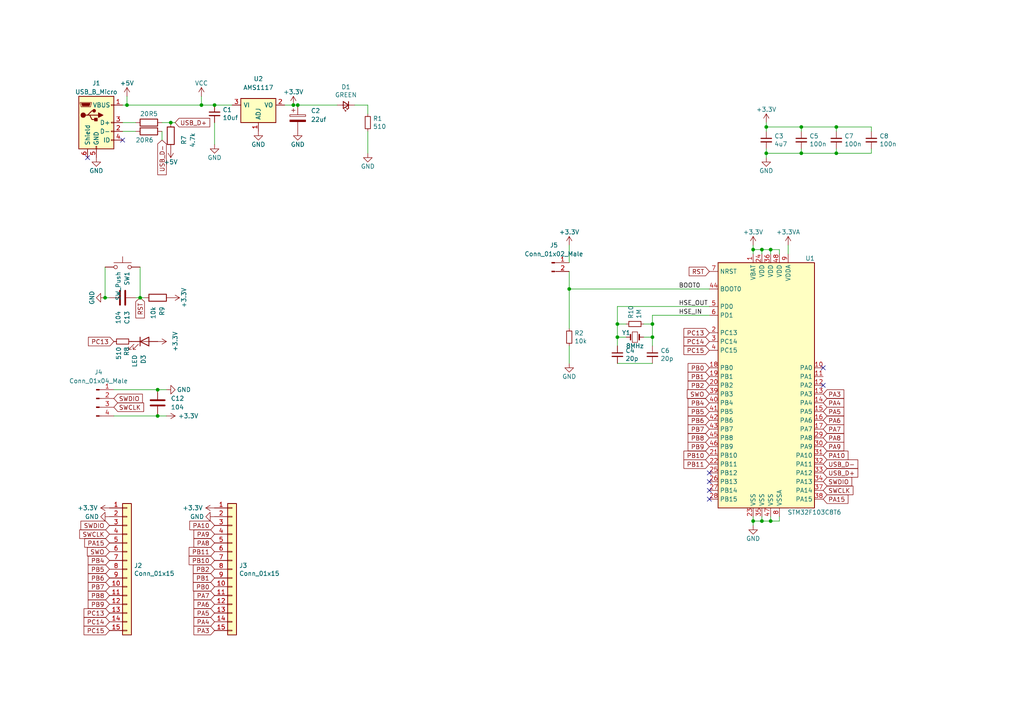
<source format=kicad_sch>
(kicad_sch (version 20211123) (generator eeschema)
  (paper "A4")
  (lib_symbols
    (symbol "Connector:Conn_01x02_Male" (pin_names (offset 1.016) hide)
      (property "Reference" "J" (at 0 2.54 0))
      (property "Value" "Conn_01x02_Male" (at 0 -5.08 0))
      (symbol "Conn_01x02_Male_1_1"
        (polyline (pts (xy 1.27 -2.54) (xy 0.8636 -2.54)) (stroke (width 0.1524)))
        (polyline (pts (xy 1.27 0) (xy 0.8636 0)) (stroke (width 0.1524)))
        (rectangle (start 0.8636 -2.413) (end 0 -2.667) (stroke (width 0.1524)) (fill (type outline)))
        (rectangle (start 0.8636 0.127) (end 0 -0.127) (stroke (width 0.1524)) (fill (type outline)))
        (pin passive line (at 5.08 0 180) (length 3.81) (name "Pin_1") (number "1"))
        (pin passive line (at 5.08 -2.54 180) (length 3.81) (name "Pin_2") (number "2"))
      )
    )
    (symbol "Connector:Conn_01x04_Male" (pin_names (offset 1.016) hide)
      (property "Reference" "J" (at 0 5.08 0))
      (property "Value" "Conn_01x04_Male" (at 0 -7.62 0))
      (symbol "Conn_01x04_Male_1_1"
        (polyline (pts (xy 1.27 -5.08) (xy 0.8636 -5.08)) (stroke (width 0.1524)))
        (polyline (pts (xy 1.27 -2.54) (xy 0.8636 -2.54)) (stroke (width 0.1524)))
        (polyline (pts (xy 1.27 0) (xy 0.8636 0)) (stroke (width 0.1524)))
        (polyline (pts (xy 1.27 2.54) (xy 0.8636 2.54)) (stroke (width 0.1524)))
        (rectangle (start 0.8636 -4.953) (end 0 -5.207) (stroke (width 0.1524)) (fill (type outline)))
        (rectangle (start 0.8636 -2.413) (end 0 -2.667) (stroke (width 0.1524)) (fill (type outline)))
        (rectangle (start 0.8636 0.127) (end 0 -0.127) (stroke (width 0.1524)) (fill (type outline)))
        (rectangle (start 0.8636 2.667) (end 0 2.413) (stroke (width 0.1524)) (fill (type outline)))
        (pin passive line (at 5.08 2.54 180) (length 3.81) (name "Pin_1") (number "1"))
        (pin passive line (at 5.08 0 180) (length 3.81) (name "Pin_2") (number "2"))
        (pin passive line (at 5.08 -2.54 180) (length 3.81) (name "Pin_3") (number "3"))
        (pin passive line (at 5.08 -5.08 180) (length 3.81) (name "Pin_4") (number "4"))
      )
    )
    (symbol "Connector:USB_B_Micro" (pin_names (offset 1.016))
      (property "Reference" "J" (at -5.08 11.43 0))
      (property "Value" "USB_B_Micro" (at -5.08 8.89 0))
      (symbol "USB_B_Micro_0_1"
        (rectangle (start -5.08 -7.62) (end 5.08 7.62) (stroke (width 0.254)) (fill (type background)))
        (circle (center -3.81 2.159) (radius 0.635) (stroke (width 0.254)) (fill (type outline)))
        (circle (center -0.635 3.429) (radius 0.381) (stroke (width 0.254)) (fill (type outline)))
        (rectangle (start -0.127 -7.62) (end 0.127 -6.858))
        (polyline (pts (xy -1.905 2.159) (xy 0.635 2.159)) (stroke (width 0.254)))
        (polyline (pts (xy -3.175 2.159) (xy -2.54 2.159) (xy -1.27 3.429) (xy -0.635 3.429)) (stroke (width 0.254)))
        (polyline (pts (xy -2.54 2.159) (xy -1.905 2.159) (xy -1.27 0.889) (xy 0 0.889)) (stroke (width 0.254)))
        (polyline (pts (xy 0.635 2.794) (xy 0.635 1.524) (xy 1.905 2.159) (xy 0.635 2.794)) (stroke (width 0.254)) (fill (type outline)))
        (polyline (pts (xy -4.318 5.588) (xy -1.778 5.588) (xy -2.032 4.826) (xy -4.064 4.826) (xy -4.318 5.588)) (fill (type outline)))
        (polyline (pts (xy -4.699 5.842) (xy -4.699 5.588) (xy -4.445 4.826) (xy -4.445 4.572) (xy -1.651 4.572) (xy -1.651 4.826) (xy -1.397 5.588) (xy -1.397 5.842) (xy -4.699 5.842)))
        (rectangle (start 0.254 1.27) (end -0.508 0.508) (stroke (width 0.254)) (fill (type outline)))
        (rectangle (start 5.08 -5.207) (end 4.318 -4.953))
        (rectangle (start 5.08 -2.667) (end 4.318 -2.413))
        (rectangle (start 5.08 -0.127) (end 4.318 0.127))
        (rectangle (start 5.08 4.953) (end 4.318 5.207))
      )
      (symbol "USB_B_Micro_1_1"
        (pin power_out line (at 7.62 5.08 180) (length 2.54) (name "VBUS") (number "1"))
        (pin bidirectional line (at 7.62 -2.54 180) (length 2.54) (name "D-") (number "2"))
        (pin bidirectional line (at 7.62 0 180) (length 2.54) (name "D+") (number "3"))
        (pin passive line (at 7.62 -5.08 180) (length 2.54) (name "ID") (number "4"))
        (pin power_out line (at 0 -10.16 90) (length 2.54) (name "GND") (number "5"))
        (pin passive line (at -2.54 -10.16 90) (length 2.54) (name "Shield") (number "6"))
      )
    )
    (symbol "Connector_Generic:Conn_01x15" (pin_names (offset 1.016) hide)
      (property "Reference" "J" (at 0 20.32 0))
      (property "Value" "Conn_01x15" (at 0 -20.32 0))
      (symbol "Conn_01x15_1_1"
        (rectangle (start -1.27 -17.653) (end 0 -17.907) (stroke (width 0.1524)))
        (rectangle (start -1.27 -15.113) (end 0 -15.367) (stroke (width 0.1524)))
        (rectangle (start -1.27 -12.573) (end 0 -12.827) (stroke (width 0.1524)))
        (rectangle (start -1.27 -10.033) (end 0 -10.287) (stroke (width 0.1524)))
        (rectangle (start -1.27 -7.493) (end 0 -7.747) (stroke (width 0.1524)))
        (rectangle (start -1.27 -4.953) (end 0 -5.207) (stroke (width 0.1524)))
        (rectangle (start -1.27 -2.413) (end 0 -2.667) (stroke (width 0.1524)))
        (rectangle (start -1.27 0.127) (end 0 -0.127) (stroke (width 0.1524)))
        (rectangle (start -1.27 2.667) (end 0 2.413) (stroke (width 0.1524)))
        (rectangle (start -1.27 5.207) (end 0 4.953) (stroke (width 0.1524)))
        (rectangle (start -1.27 7.747) (end 0 7.493) (stroke (width 0.1524)))
        (rectangle (start -1.27 10.287) (end 0 10.033) (stroke (width 0.1524)))
        (rectangle (start -1.27 12.827) (end 0 12.573) (stroke (width 0.1524)))
        (rectangle (start -1.27 15.367) (end 0 15.113) (stroke (width 0.1524)))
        (rectangle (start -1.27 17.907) (end 0 17.653) (stroke (width 0.1524)))
        (rectangle (start -1.27 19.05) (end 1.27 -19.05) (stroke (width 0.254)) (fill (type background)))
        (pin passive line (at -5.08 17.78 0) (length 3.81) (name "Pin_1") (number "1"))
        (pin passive line (at -5.08 -5.08 0) (length 3.81) (name "Pin_10") (number "10"))
        (pin passive line (at -5.08 -7.62 0) (length 3.81) (name "Pin_11") (number "11"))
        (pin passive line (at -5.08 -10.16 0) (length 3.81) (name "Pin_12") (number "12"))
        (pin passive line (at -5.08 -12.7 0) (length 3.81) (name "Pin_13") (number "13"))
        (pin passive line (at -5.08 -15.24 0) (length 3.81) (name "Pin_14") (number "14"))
        (pin passive line (at -5.08 -17.78 0) (length 3.81) (name "Pin_15") (number "15"))
        (pin passive line (at -5.08 15.24 0) (length 3.81) (name "Pin_2") (number "2"))
        (pin passive line (at -5.08 12.7 0) (length 3.81) (name "Pin_3") (number "3"))
        (pin passive line (at -5.08 10.16 0) (length 3.81) (name "Pin_4") (number "4"))
        (pin passive line (at -5.08 7.62 0) (length 3.81) (name "Pin_5") (number "5"))
        (pin passive line (at -5.08 5.08 0) (length 3.81) (name "Pin_6") (number "6"))
        (pin passive line (at -5.08 2.54 0) (length 3.81) (name "Pin_7") (number "7"))
        (pin passive line (at -5.08 0 0) (length 3.81) (name "Pin_8") (number "8"))
        (pin passive line (at -5.08 -2.54 0) (length 3.81) (name "Pin_9") (number "9"))
      )
    )
    (symbol "Device:C" (pin_numbers hide) (pin_names (offset 0.254))
      (property "Reference" "C" (at 0.635 2.54 0))
      (property "Value" "C" (at 0.635 -2.54 0))
      (symbol "C_0_1"
        (polyline (pts (xy -2.032 -0.762) (xy 2.032 -0.762)) (stroke (width 0.508)))
        (polyline (pts (xy -2.032 0.762) (xy 2.032 0.762)) (stroke (width 0.508)))
      )
      (symbol "C_1_1"
        (pin passive line (at 0 3.81 270) (length 2.794) (name "~") (number "1"))
        (pin passive line (at 0 -3.81 90) (length 2.794) (name "~") (number "2"))
      )
    )
    (symbol "Device:C_Polarized" (pin_numbers hide) (pin_names (offset 0.254))
      (property "Reference" "C" (at 0.635 2.54 0))
      (property "Value" "C_Polarized" (at 0.635 -2.54 0))
      (symbol "C_Polarized_0_1"
        (rectangle (start -2.286 0.508) (end 2.286 1.016))
        (polyline (pts (xy -1.778 2.286) (xy -0.762 2.286)))
        (polyline (pts (xy -1.27 2.794) (xy -1.27 1.778)))
        (rectangle (start 2.286 -0.508) (end -2.286 -1.016) (fill (type outline)))
      )
      (symbol "C_Polarized_1_1"
        (pin passive line (at 0 3.81 270) (length 2.794) (name "~") (number "1"))
        (pin passive line (at 0 -3.81 90) (length 2.794) (name "~") (number "2"))
      )
    )
    (symbol "Device:C_Small" (pin_numbers hide) (pin_names (offset 0.254) hide)
      (property "Reference" "C" (at 0.254 1.778 0))
      (property "Value" "C_Small" (at 0.254 -2.032 0))
      (symbol "C_Small_0_1"
        (polyline (pts (xy -1.524 -0.508) (xy 1.524 -0.508)) (stroke (width 0.3302)))
        (polyline (pts (xy -1.524 0.508) (xy 1.524 0.508)) (stroke (width 0.3048)))
      )
      (symbol "C_Small_1_1"
        (pin passive line (at 0 2.54 270) (length 2.032) (name "~") (number "1"))
        (pin passive line (at 0 -2.54 90) (length 2.032) (name "~") (number "2"))
      )
    )
    (symbol "Device:Crystal_Small" (pin_numbers hide) (pin_names (offset 1.016) hide)
      (property "Reference" "Y" (at 0 2.54 0))
      (property "Value" "Crystal_Small" (at 0 -2.54 0))
      (symbol "Crystal_Small_0_1"
        (rectangle (start -0.762 -1.524) (end 0.762 1.524))
        (polyline (pts (xy -1.27 -0.762) (xy -1.27 0.762)) (stroke (width 0.381)))
        (polyline (pts (xy 1.27 -0.762) (xy 1.27 0.762)) (stroke (width 0.381)))
      )
      (symbol "Crystal_Small_1_1"
        (pin passive line (at -2.54 0 0) (length 1.27) (name "1") (number "1"))
        (pin passive line (at 2.54 0 180) (length 1.27) (name "2") (number "2"))
      )
    )
    (symbol "Device:LED" (pin_numbers hide) (pin_names (offset 1.016) hide)
      (property "Reference" "D" (at 0 2.54 0))
      (property "Value" "LED" (at 0 -2.54 0))
      (symbol "LED_0_1"
        (polyline (pts (xy -1.27 -1.27) (xy -1.27 1.27)) (stroke (width 0.254)))
        (polyline (pts (xy -1.27 0) (xy 1.27 0)))
        (polyline (pts (xy 1.27 -1.27) (xy 1.27 1.27) (xy -1.27 0) (xy 1.27 -1.27)) (stroke (width 0.254)))
        (polyline (pts (xy -3.048 -0.762) (xy -4.572 -2.286) (xy -3.81 -2.286) (xy -4.572 -2.286) (xy -4.572 -1.524)))
        (polyline (pts (xy -1.778 -0.762) (xy -3.302 -2.286) (xy -2.54 -2.286) (xy -3.302 -2.286) (xy -3.302 -1.524)))
      )
      (symbol "LED_1_1"
        (pin passive line (at -3.81 0 0) (length 2.54) (name "K") (number "1"))
        (pin passive line (at 3.81 0 180) (length 2.54) (name "A") (number "2"))
      )
    )
    (symbol "Device:LED_Small" (pin_numbers hide) (pin_names (offset 0.254) hide)
      (property "Reference" "D" (at -1.27 3.175 0))
      (property "Value" "LED_Small" (at -4.445 -2.54 0))
      (symbol "LED_Small_0_1"
        (polyline (pts (xy -0.762 -1.016) (xy -0.762 1.016)) (stroke (width 0.254)))
        (polyline (pts (xy 1.016 0) (xy -0.762 0)))
        (polyline (pts (xy 0.762 -1.016) (xy -0.762 0) (xy 0.762 1.016) (xy 0.762 -1.016)) (stroke (width 0.254)))
        (polyline (pts (xy 0 0.762) (xy -0.508 1.27) (xy -0.254 1.27) (xy -0.508 1.27) (xy -0.508 1.016)))
        (polyline (pts (xy 0.508 1.27) (xy 0 1.778) (xy 0.254 1.778) (xy 0 1.778) (xy 0 1.524)))
      )
      (symbol "LED_Small_1_1"
        (pin passive line (at -2.54 0 0) (length 1.778) (name "K") (number "1"))
        (pin passive line (at 2.54 0 180) (length 1.778) (name "A") (number "2"))
      )
    )
    (symbol "Device:R" (pin_numbers hide) (pin_names (offset 0))
      (property "Reference" "R" (at 2.032 0 90))
      (property "Value" "R" (at 0 0 90))
      (symbol "R_0_1"
        (rectangle (start -1.016 -2.54) (end 1.016 2.54) (stroke (width 0.254)))
      )
      (symbol "R_1_1"
        (pin passive line (at 0 3.81 270) (length 1.27) (name "~") (number "1"))
        (pin passive line (at 0 -3.81 90) (length 1.27) (name "~") (number "2"))
      )
    )
    (symbol "Device:R_Small" (pin_numbers hide) (pin_names (offset 0.254) hide)
      (property "Reference" "R" (at 0.762 0.508 0))
      (property "Value" "R_Small" (at 0.762 -1.016 0))
      (symbol "R_Small_0_1"
        (rectangle (start -0.762 1.778) (end 0.762 -1.778) (stroke (width 0.2032)))
      )
      (symbol "R_Small_1_1"
        (pin passive line (at 0 2.54 270) (length 0.762) (name "~") (number "1"))
        (pin passive line (at 0 -2.54 90) (length 0.762) (name "~") (number "2"))
      )
    )
    (symbol "MCU_ST_STM32F1:STM32F103C8Tx"
      (property "Reference" "U" (at -15.24 36.83 0))
      (property "Value" "STM32F103C8Tx" (at 7.62 36.83 0))
      (symbol "STM32F103C8Tx_0_1"
        (rectangle (start -15.24 -35.56) (end 12.7 35.56) (stroke (width 0.254)) (fill (type background)))
      )
      (symbol "STM32F103C8Tx_1_1"
        (pin power_in line (at -5.08 38.1 270) (length 2.54) (name "VBAT") (number "1"))
        (pin bidirectional line (at 15.24 5.08 180) (length 2.54) (name "PA0") (number "10"))
        (pin bidirectional line (at 15.24 2.54 180) (length 2.54) (name "PA1") (number "11"))
        (pin bidirectional line (at 15.24 0 180) (length 2.54) (name "PA2") (number "12"))
        (pin bidirectional line (at 15.24 -2.54 180) (length 2.54) (name "PA3") (number "13"))
        (pin bidirectional line (at 15.24 -5.08 180) (length 2.54) (name "PA4") (number "14"))
        (pin bidirectional line (at 15.24 -7.62 180) (length 2.54) (name "PA5") (number "15"))
        (pin bidirectional line (at 15.24 -10.16 180) (length 2.54) (name "PA6") (number "16"))
        (pin bidirectional line (at 15.24 -12.7 180) (length 2.54) (name "PA7") (number "17"))
        (pin bidirectional line (at -17.78 5.08 0) (length 2.54) (name "PB0") (number "18"))
        (pin bidirectional line (at -17.78 2.54 0) (length 2.54) (name "PB1") (number "19"))
        (pin bidirectional line (at -17.78 15.24 0) (length 2.54) (name "PC13") (number "2"))
        (pin bidirectional line (at -17.78 0 0) (length 2.54) (name "PB2") (number "20"))
        (pin bidirectional line (at -17.78 -20.32 0) (length 2.54) (name "PB10") (number "21"))
        (pin bidirectional line (at -17.78 -22.86 0) (length 2.54) (name "PB11") (number "22"))
        (pin power_in line (at -5.08 -38.1 90) (length 2.54) (name "VSS") (number "23"))
        (pin power_in line (at -2.54 38.1 270) (length 2.54) (name "VDD") (number "24"))
        (pin bidirectional line (at -17.78 -25.4 0) (length 2.54) (name "PB12") (number "25"))
        (pin bidirectional line (at -17.78 -27.94 0) (length 2.54) (name "PB13") (number "26"))
        (pin bidirectional line (at -17.78 -30.48 0) (length 2.54) (name "PB14") (number "27"))
        (pin bidirectional line (at -17.78 -33.02 0) (length 2.54) (name "PB15") (number "28"))
        (pin bidirectional line (at 15.24 -15.24 180) (length 2.54) (name "PA8") (number "29"))
        (pin bidirectional line (at -17.78 12.7 0) (length 2.54) (name "PC14") (number "3"))
        (pin bidirectional line (at 15.24 -17.78 180) (length 2.54) (name "PA9") (number "30"))
        (pin bidirectional line (at 15.24 -20.32 180) (length 2.54) (name "PA10") (number "31"))
        (pin bidirectional line (at 15.24 -22.86 180) (length 2.54) (name "PA11") (number "32"))
        (pin bidirectional line (at 15.24 -25.4 180) (length 2.54) (name "PA12") (number "33"))
        (pin bidirectional line (at 15.24 -27.94 180) (length 2.54) (name "PA13") (number "34"))
        (pin power_in line (at -2.54 -38.1 90) (length 2.54) (name "VSS") (number "35"))
        (pin power_in line (at 0 38.1 270) (length 2.54) (name "VDD") (number "36"))
        (pin bidirectional line (at 15.24 -30.48 180) (length 2.54) (name "PA14") (number "37"))
        (pin bidirectional line (at 15.24 -33.02 180) (length 2.54) (name "PA15") (number "38"))
        (pin bidirectional line (at -17.78 -2.54 0) (length 2.54) (name "PB3") (number "39"))
        (pin bidirectional line (at -17.78 10.16 0) (length 2.54) (name "PC15") (number "4"))
        (pin bidirectional line (at -17.78 -5.08 0) (length 2.54) (name "PB4") (number "40"))
        (pin bidirectional line (at -17.78 -7.62 0) (length 2.54) (name "PB5") (number "41"))
        (pin bidirectional line (at -17.78 -10.16 0) (length 2.54) (name "PB6") (number "42"))
        (pin bidirectional line (at -17.78 -12.7 0) (length 2.54) (name "PB7") (number "43"))
        (pin input line (at -17.78 27.94 0) (length 2.54) (name "BOOT0") (number "44"))
        (pin bidirectional line (at -17.78 -15.24 0) (length 2.54) (name "PB8") (number "45"))
        (pin bidirectional line (at -17.78 -17.78 0) (length 2.54) (name "PB9") (number "46"))
        (pin power_in line (at 0 -38.1 90) (length 2.54) (name "VSS") (number "47"))
        (pin power_in line (at 2.54 38.1 270) (length 2.54) (name "VDD") (number "48"))
        (pin input line (at -17.78 22.86 0) (length 2.54) (name "PD0") (number "5"))
        (pin input line (at -17.78 20.32 0) (length 2.54) (name "PD1") (number "6"))
        (pin input line (at -17.78 33.02 0) (length 2.54) (name "NRST") (number "7"))
        (pin power_in line (at 2.54 -38.1 90) (length 2.54) (name "VSSA") (number "8"))
        (pin power_in line (at 5.08 38.1 270) (length 2.54) (name "VDDA") (number "9"))
      )
    )
    (symbol "Regulator_Linear:AMS1117" (pin_names (offset 0.762))
      (property "Reference" "U" (at -3.81 3.175 0))
      (property "Value" "AMS1117" (at 0 3.175 0))
      (symbol "AMS1117_0_1"
        (rectangle (start -5.08 -5.08) (end 5.08 1.905) (stroke (width 0.254)) (fill (type background)))
      )
      (symbol "AMS1117_1_1"
        (pin input line (at 0 -7.62 90) (length 2.54) (name "ADJ") (number "1"))
        (pin power_out line (at 7.62 0 180) (length 2.54) (name "VO") (number "2"))
        (pin power_in line (at -7.62 0 0) (length 2.54) (name "VI") (number "3"))
      )
    )
    (symbol "Switch:SW_Push" (pin_numbers hide) (pin_names (offset 1.016) hide)
      (property "Reference" "SW" (at 1.27 2.54 0))
      (property "Value" "SW_Push" (at 0 -1.524 0))
      (symbol "SW_Push_0_1"
        (circle (center -2.032 0) (radius 0.508))
        (polyline (pts (xy 0 1.27) (xy 0 3.048)))
        (polyline (pts (xy 2.54 1.27) (xy -2.54 1.27)))
        (circle (center 2.032 0) (radius 0.508))
        (pin passive line (at -5.08 0 0) (length 2.54) (name "1") (number "1"))
        (pin passive line (at 5.08 0 180) (length 2.54) (name "2") (number "2"))
      )
    )
    (symbol "power:+3.3V" (power) (pin_names (offset 0))
      (property "Value" "+3.3V" (at 0 3.556 0))
      (symbol "+3.3V_0_1"
        (polyline (pts (xy -0.762 1.27) (xy 0 2.54)))
        (polyline (pts (xy 0 0) (xy 0 2.54)))
        (polyline (pts (xy 0 2.54) (xy 0.762 1.27)))
      )
      (symbol "+3.3V_1_1"
        (pin power_in line (at 0 0 90) (length 0) hide (name "+3.3V") (number "1"))
      )
    )
    (symbol "power:+3.3VA" (power) (pin_names (offset 0))
      (property "Value" "+3.3VA" (at 0 3.556 0))
      (symbol "+3.3VA_0_1"
        (polyline (pts (xy -0.762 1.27) (xy 0 2.54)))
        (polyline (pts (xy 0 0) (xy 0 2.54)))
        (polyline (pts (xy 0 2.54) (xy 0.762 1.27)))
      )
      (symbol "+3.3VA_1_1"
        (pin power_in line (at 0 0 90) (length 0) hide (name "+3.3VA") (number "1"))
      )
    )
    (symbol "power:+5V" (power) (pin_names (offset 0))
      (property "Value" "+5V" (at 0 3.556 0))
      (symbol "+5V_0_1"
        (polyline (pts (xy -0.762 1.27) (xy 0 2.54)))
        (polyline (pts (xy 0 0) (xy 0 2.54)))
        (polyline (pts (xy 0 2.54) (xy 0.762 1.27)))
      )
      (symbol "+5V_1_1"
        (pin power_in line (at 0 0 90) (length 0) hide (name "+5V") (number "1"))
      )
    )
    (symbol "power:GND" (power) (pin_names (offset 0))
      (property "Value" "GND" (at 0 -3.81 0))
      (symbol "GND_0_1"
        (polyline (pts (xy 0 0) (xy 0 -1.27) (xy 1.27 -1.27) (xy 0 -2.54) (xy -1.27 -1.27) (xy 0 -1.27)))
      )
      (symbol "GND_1_1"
        (pin power_in line (at 0 0 270) (length 0) hide (name "GND") (number "1"))
      )
    )
    (symbol "power:VCC" (power) (pin_names (offset 0))
      (property "Value" "VCC" (at 0 3.81 0))
      (symbol "VCC_0_1"
        (polyline (pts (xy -0.762 1.27) (xy 0 2.54)))
        (polyline (pts (xy 0 0) (xy 0 2.54)))
        (polyline (pts (xy 0 2.54) (xy 0.762 1.27)))
      )
      (symbol "VCC_1_1"
        (pin power_in line (at 0 0 90) (length 0) hide (name "VCC") (number "1"))
      )
    )
  )
  (junction (at 40.64 86.36))
  (junction (at 222.25 36.83))
  (junction (at 220.98 72.39))
  (junction (at 232.41 44.45))
  (junction (at 232.41 36.83))
  (junction (at 242.57 36.83))
  (junction (at 45.72 113.03))
  (junction (at 165.1 83.82))
  (junction (at 218.44 72.39))
  (junction (at 223.52 72.39))
  (junction (at 220.98 151.13))
  (junction (at 86.36 30.48))
  (junction (at 49.53 35.56))
  (junction (at 223.52 151.13))
  (junction (at 242.57 44.45))
  (junction (at 30.48 86.36))
  (junction (at 179.07 93.98))
  (junction (at 58.42 30.48))
  (junction (at 62.23 30.48))
  (junction (at 85.09 30.48))
  (junction (at 36.83 30.48))
  (junction (at 222.25 44.45))
  (junction (at 218.44 151.13))
  (junction (at 45.72 120.65))
  (junction (at 189.23 97.79))
  (junction (at 179.07 97.79))
  (junction (at 189.23 93.98))
  (no_connect (at 205.74 137.16))
  (no_connect (at 205.74 142.24))
  (no_connect (at 205.74 144.78))
  (no_connect (at 25.4 45.72))
  (no_connect (at 238.76 106.68))
  (no_connect (at 238.76 111.76))
  (no_connect (at 205.74 139.7))
  (no_connect (at 35.56 40.64))
  (wire (pts (xy 62.23 30.48) (xy 67.31 30.48)))
  (wire (pts (xy 242.57 44.45) (xy 252.73 44.45)))
  (wire (pts (xy 223.52 73.66) (xy 223.52 72.39)))
  (wire (pts (xy 179.07 88.9) (xy 179.07 93.98)))
  (wire (pts (xy 62.23 41.91) (xy 62.23 35.56)))
  (wire (pts (xy 242.57 36.83) (xy 232.41 36.83)))
  (wire (pts (xy 218.44 72.39) (xy 218.44 73.66)))
  (wire (pts (xy 223.52 151.13) (xy 226.06 151.13)))
  (wire (pts (xy 218.44 72.39) (xy 220.98 72.39)))
  (wire (pts (xy 106.68 30.48) (xy 102.87 30.48)))
  (wire (pts (xy 35.56 38.1) (xy 39.37 38.1)))
  (wire (pts (xy 218.44 151.13) (xy 218.44 149.86)))
  (wire (pts (xy 220.98 72.39) (xy 223.52 72.39)))
  (wire (pts (xy 205.74 88.9) (xy 179.07 88.9)))
  (wire (pts (xy 36.83 30.48) (xy 58.42 30.48)))
  (wire (pts (xy 189.23 100.33) (xy 189.23 97.79)))
  (wire (pts (xy 218.44 71.12) (xy 218.44 72.39)))
  (wire (pts (xy 222.25 43.18) (xy 222.25 44.45)))
  (wire (pts (xy 82.55 30.48) (xy 85.09 30.48)))
  (wire (pts (xy 222.25 36.83) (xy 222.25 38.1)))
  (wire (pts (xy 242.57 38.1) (xy 242.57 36.83)))
  (wire (pts (xy 218.44 152.4) (xy 218.44 151.13)))
  (wire (pts (xy 179.07 93.98) (xy 179.07 97.79)))
  (wire (pts (xy 40.64 86.36) (xy 39.37 86.36)))
  (wire (pts (xy 106.68 33.02) (xy 106.68 30.48)))
  (wire (pts (xy 86.36 30.48) (xy 97.79 30.48)))
  (wire (pts (xy 186.69 93.98) (xy 189.23 93.98)))
  (wire (pts (xy 242.57 43.18) (xy 242.57 44.45)))
  (wire (pts (xy 189.23 97.79) (xy 189.23 93.98)))
  (wire (pts (xy 36.83 27.94) (xy 36.83 30.48)))
  (wire (pts (xy 232.41 44.45) (xy 232.41 43.18)))
  (wire (pts (xy 220.98 151.13) (xy 223.52 151.13)))
  (wire (pts (xy 228.6 71.12) (xy 228.6 73.66)))
  (wire (pts (xy 218.44 151.13) (xy 220.98 151.13)))
  (wire (pts (xy 35.56 35.56) (xy 39.37 35.56)))
  (wire (pts (xy 45.72 113.03) (xy 33.02 113.03)))
  (wire (pts (xy 41.91 86.36) (xy 40.64 86.36)))
  (wire (pts (xy 226.06 151.13) (xy 226.06 149.86)))
  (wire (pts (xy 222.25 44.45) (xy 222.25 45.72)))
  (wire (pts (xy 106.68 44.45) (xy 106.68 38.1)))
  (wire (pts (xy 179.07 93.98) (xy 181.61 93.98)))
  (wire (pts (xy 58.42 27.94) (xy 58.42 30.48)))
  (wire (pts (xy 226.06 72.39) (xy 226.06 73.66)))
  (wire (pts (xy 222.25 35.56) (xy 222.25 36.83)))
  (wire (pts (xy 45.72 120.65) (xy 33.02 120.65)))
  (wire (pts (xy 48.26 120.65) (xy 45.72 120.65)))
  (wire (pts (xy 223.52 149.86) (xy 223.52 151.13)))
  (wire (pts (xy 165.1 83.82) (xy 205.74 83.82)))
  (wire (pts (xy 252.73 43.18) (xy 252.73 44.45)))
  (wire (pts (xy 30.48 86.36) (xy 30.48 77.47)))
  (wire (pts (xy 252.73 38.1) (xy 252.73 36.83)))
  (wire (pts (xy 165.1 71.12) (xy 165.1 76.2)))
  (wire (pts (xy 223.52 72.39) (xy 226.06 72.39)))
  (wire (pts (xy 232.41 44.45) (xy 242.57 44.45)))
  (wire (pts (xy 49.53 35.56) (xy 46.99 35.56)))
  (wire (pts (xy 186.69 97.79) (xy 189.23 97.79)))
  (wire (pts (xy 46.99 40.64) (xy 46.99 38.1)))
  (wire (pts (xy 232.41 36.83) (xy 222.25 36.83)))
  (wire (pts (xy 40.64 77.47) (xy 40.64 86.36)))
  (wire (pts (xy 165.1 83.82) (xy 165.1 95.25)))
  (wire (pts (xy 189.23 91.44) (xy 205.74 91.44)))
  (wire (pts (xy 220.98 149.86) (xy 220.98 151.13)))
  (wire (pts (xy 36.83 30.48) (xy 35.56 30.48)))
  (wire (pts (xy 58.42 30.48) (xy 62.23 30.48)))
  (wire (pts (xy 189.23 93.98) (xy 189.23 91.44)))
  (wire (pts (xy 31.75 86.36) (xy 30.48 86.36)))
  (wire (pts (xy 48.26 113.03) (xy 45.72 113.03)))
  (wire (pts (xy 179.07 105.41) (xy 189.23 105.41)))
  (wire (pts (xy 85.09 30.48) (xy 86.36 30.48)))
  (wire (pts (xy 252.73 36.83) (xy 242.57 36.83)))
  (wire (pts (xy 179.07 97.79) (xy 181.61 97.79)))
  (wire (pts (xy 179.07 100.33) (xy 179.07 97.79)))
  (wire (pts (xy 220.98 73.66) (xy 220.98 72.39)))
  (wire (pts (xy 165.1 105.41) (xy 165.1 100.33)))
  (wire (pts (xy 50.8 35.56) (xy 49.53 35.56)))
  (wire (pts (xy 232.41 36.83) (xy 232.41 38.1)))
  (wire (pts (xy 165.1 78.74) (xy 165.1 83.82)))
  (wire (pts (xy 222.25 44.45) (xy 232.41 44.45)))
  (label "HSE_OUT" (at 196.85 88.9 0))
  (label "BOOT0" (at 196.85 83.82 0))
  (label "HSE_IN" (at 196.85 91.44 0))
  (global_label "PB6" (shape input) (at 205.74 121.92 180) (property "Intersheet References" "${INTERSHEET_REFS}" (effects hide)))
  (global_label "PA9" (shape input) (at 62.23 154.94 180) (property "Intersheet References" "${INTERSHEET_REFS}" (effects hide)))
  (global_label "PB2" (shape input) (at 205.74 111.76 180) (property "Intersheet References" "${INTERSHEET_REFS}" (effects hide)))
  (global_label "SWO" (shape input) (at 31.75 160.02 180) (property "Intersheet References" "${INTERSHEET_REFS}" (effects hide)))
  (global_label "PB8" (shape input) (at 205.74 127 180) (property "Intersheet References" "${INTERSHEET_REFS}" (effects hide)))
  (global_label "PC13" (shape input) (at 33.02 99.06 180) (property "Intersheet References" "${INTERSHEET_REFS}" (effects hide)))
  (global_label "PB11" (shape input) (at 62.23 160.02 180) (property "Intersheet References" "${INTERSHEET_REFS}" (effects hide)))
  (global_label "PB10" (shape input) (at 205.74 132.08 180) (property "Intersheet References" "${INTERSHEET_REFS}" (effects hide)))
  (global_label "PB5" (shape input) (at 205.74 119.38 180) (property "Intersheet References" "${INTERSHEET_REFS}" (effects hide)))
  (global_label "USB_D+" (shape input) (at 238.76 137.16 0) (property "Intersheet References" "${INTERSHEET_REFS}" (effects hide)))
  (global_label "PC15" (shape input) (at 31.75 182.88 180) (property "Intersheet References" "${INTERSHEET_REFS}" (effects hide)))
  (global_label "SWDIO" (shape input) (at 31.75 152.4 180) (property "Intersheet References" "${INTERSHEET_REFS}" (effects hide)))
  (global_label "PC13" (shape input) (at 31.75 177.8 180) (property "Intersheet References" "${INTERSHEET_REFS}" (effects hide)))
  (global_label "PB7" (shape input) (at 205.74 124.46 180) (property "Intersheet References" "${INTERSHEET_REFS}" (effects hide)))
  (global_label "PA5" (shape input) (at 238.76 119.38 0) (property "Intersheet References" "${INTERSHEET_REFS}" (effects hide)))
  (global_label "PA8" (shape input) (at 238.76 127 0) (property "Intersheet References" "${INTERSHEET_REFS}" (effects hide)))
  (global_label "PA9" (shape input) (at 238.76 129.54 0) (property "Intersheet References" "${INTERSHEET_REFS}" (effects hide)))
  (global_label "PC13" (shape input) (at 205.74 96.52 180) (property "Intersheet References" "${INTERSHEET_REFS}" (effects hide)))
  (global_label "PA10" (shape input) (at 62.23 152.4 180) (property "Intersheet References" "${INTERSHEET_REFS}" (effects hide)))
  (global_label "PB4" (shape input) (at 31.75 162.56 180) (property "Intersheet References" "${INTERSHEET_REFS}" (effects hide)))
  (global_label "SWCLK" (shape input) (at 31.75 154.94 180) (property "Intersheet References" "${INTERSHEET_REFS}" (effects hide)))
  (global_label "PA4" (shape input) (at 62.23 180.34 180) (property "Intersheet References" "${INTERSHEET_REFS}" (effects hide)))
  (global_label "PA4" (shape input) (at 238.76 116.84 0) (property "Intersheet References" "${INTERSHEET_REFS}" (effects hide)))
  (global_label "PB8" (shape input) (at 31.75 172.72 180) (property "Intersheet References" "${INTERSHEET_REFS}" (effects hide)))
  (global_label "PB6" (shape input) (at 31.75 167.64 180) (property "Intersheet References" "${INTERSHEET_REFS}" (effects hide)))
  (global_label "PB1" (shape input) (at 62.23 167.64 180) (property "Intersheet References" "${INTERSHEET_REFS}" (effects hide)))
  (global_label "PC14" (shape input) (at 31.75 180.34 180) (property "Intersheet References" "${INTERSHEET_REFS}" (effects hide)))
  (global_label "PA8" (shape input) (at 62.23 157.48 180) (property "Intersheet References" "${INTERSHEET_REFS}" (effects hide)))
  (global_label "PA7" (shape input) (at 238.76 124.46 0) (property "Intersheet References" "${INTERSHEET_REFS}" (effects hide)))
  (global_label "PB9" (shape input) (at 31.75 175.26 180) (property "Intersheet References" "${INTERSHEET_REFS}" (effects hide)))
  (global_label "PB9" (shape input) (at 205.74 129.54 180) (property "Intersheet References" "${INTERSHEET_REFS}" (effects hide)))
  (global_label "SWDIO" (shape input) (at 33.02 115.57 0) (property "Intersheet References" "${INTERSHEET_REFS}" (effects hide)))
  (global_label "PA3" (shape input) (at 62.23 182.88 180) (property "Intersheet References" "${INTERSHEET_REFS}" (effects hide)))
  (global_label "PA5" (shape input) (at 62.23 177.8 180) (property "Intersheet References" "${INTERSHEET_REFS}" (effects hide)))
  (global_label "PA15" (shape input) (at 31.75 157.48 180) (property "Intersheet References" "${INTERSHEET_REFS}" (effects hide)))
  (global_label "PB0" (shape input) (at 62.23 170.18 180) (property "Intersheet References" "${INTERSHEET_REFS}" (effects hide)))
  (global_label "USB_D+" (shape input) (at 50.8 35.56 0) (property "Intersheet References" "${INTERSHEET_REFS}" (effects hide)))
  (global_label "PA3" (shape input) (at 238.76 114.3 0) (property "Intersheet References" "${INTERSHEET_REFS}" (effects hide)))
  (global_label "PB0" (shape input) (at 205.74 106.68 180) (property "Intersheet References" "${INTERSHEET_REFS}" (effects hide)))
  (global_label "PA15" (shape input) (at 238.76 144.78 0) (property "Intersheet References" "${INTERSHEET_REFS}" (effects hide)))
  (global_label "SWCLK" (shape input) (at 33.02 118.11 0) (property "Intersheet References" "${INTERSHEET_REFS}" (effects hide)))
  (global_label "SWO" (shape input) (at 205.74 114.3 180) (property "Intersheet References" "${INTERSHEET_REFS}" (effects hide)))
  (global_label "PA6" (shape input) (at 238.76 121.92 0) (property "Intersheet References" "${INTERSHEET_REFS}" (effects hide)))
  (global_label "PB2" (shape input) (at 62.23 165.1 180) (property "Intersheet References" "${INTERSHEET_REFS}" (effects hide)))
  (global_label "USB_D-" (shape input) (at 46.99 40.64 270) (property "Intersheet References" "${INTERSHEET_REFS}" (effects hide)))
  (global_label "PC15" (shape input) (at 205.74 101.6 180) (property "Intersheet References" "${INTERSHEET_REFS}" (effects hide)))
  (global_label "PB11" (shape input) (at 205.74 134.62 180) (property "Intersheet References" "${INTERSHEET_REFS}" (effects hide)))
  (global_label "PA7" (shape input) (at 62.23 172.72 180) (property "Intersheet References" "${INTERSHEET_REFS}" (effects hide)))
  (global_label "PB5" (shape input) (at 31.75 165.1 180) (property "Intersheet References" "${INTERSHEET_REFS}" (effects hide)))
  (global_label "PB10" (shape input) (at 62.23 162.56 180) (property "Intersheet References" "${INTERSHEET_REFS}" (effects hide)))
  (global_label "PB1" (shape input) (at 205.74 109.22 180) (property "Intersheet References" "${INTERSHEET_REFS}" (effects hide)))
  (global_label "PB7" (shape input) (at 31.75 170.18 180) (property "Intersheet References" "${INTERSHEET_REFS}" (effects hide)))
  (global_label "PB4" (shape input) (at 205.74 116.84 180) (property "Intersheet References" "${INTERSHEET_REFS}" (effects hide)))
  (global_label "SWCLK" (shape input) (at 238.76 142.24 0) (property "Intersheet References" "${INTERSHEET_REFS}" (effects hide)))
  (global_label "RST" (shape input) (at 205.74 78.74 180) (property "Intersheet References" "${INTERSHEET_REFS}" (effects hide)))
  (global_label "SWDIO" (shape input) (at 238.76 139.7 0) (property "Intersheet References" "${INTERSHEET_REFS}" (effects hide)))
  (global_label "USB_D-" (shape input) (at 238.76 134.62 0) (property "Intersheet References" "${INTERSHEET_REFS}" (effects hide)))
  (global_label "PA6" (shape input) (at 62.23 175.26 180) (property "Intersheet References" "${INTERSHEET_REFS}" (effects hide)))
  (global_label "PC14" (shape input) (at 205.74 99.06 180) (property "Intersheet References" "${INTERSHEET_REFS}" (effects hide)))
  (global_label "PA10" (shape input) (at 238.76 132.08 0) (property "Intersheet References" "${INTERSHEET_REFS}" (effects hide)))
  (global_label "RST" (shape input) (at 40.64 86.36 270) (property "Intersheet References" "${INTERSHEET_REFS}" (effects hide)))
  (symbol (lib_id "Regulator_Linear:AMS1117") (at 74.93 30.48 0) (unit 1)
    (property "Reference" "U2" (at 74.93 22.86 0))
    (property "Value" "AMS1117" (at 74.93 25.4 0))
    (property "Footprint" "Package_TO_SOT_SMD:SOT-223-3_TabPin2" (effects hide))
    (property "Datasheet" "http://www.advanced-monolithic.com/pdf/ds1117.pdf" (effects hide))
  )
  (symbol (lib_id "Device:R_Small") (at 35.56 99.06 270) (unit 1)
    (property "Reference" "R8" (at 36.7284 100.5586 0) (effects (justify left)))
    (property "Value" "510" (at 34.417 100.5586 0) (effects (justify left)))
    (property "Footprint" "Resistor_SMD:R_0603_1608Metric" (effects hide))
    (property "LCSC Part #" "C22843" (effects hide))
  )
  (symbol (lib_id "power:GND") (at 27.94 45.72 0) (mirror y) (unit 1)
    (property "Reference" "#PWR0101" (effects hide))
    (property "Value" "GND" (at 27.94 49.53 0))
  )
  (symbol (lib_id "Device:R") (at 43.18 38.1 90) (unit 1)
    (property "Reference" "R6" (at 43.18 40.64 90))
    (property "Value" "20" (at 40.64 40.64 90))
    (property "Footprint" "Resistor_SMD:R_0603_1608Metric" (effects hide))
  )
  (symbol (lib_id "Device:C_Small") (at 179.07 102.87 0) (unit 1)
    (property "Reference" "C4" (at 181.4068 101.7016 0) (effects (justify left)))
    (property "Value" "20p" (at 181.4068 104.013 0) (effects (justify left)))
    (property "Footprint" "Capacitor_SMD:C_0402_1005Metric" (effects hide))
    (property "LCSC Part #" "C1570" (effects hide))
  )
  (symbol (lib_id "Connector:Conn_01x04_Male") (at 27.94 115.57 0) (unit 1)
    (property "Reference" "J4" (at 28.575 107.95 0))
    (property "Value" "Conn_01x04_Male" (at 28.575 110.49 0))
    (property "Footprint" "Connector_PinHeader_2.54mm:PinHeader_1x04_P2.54mm_Horizontal" (effects hide))
  )
  (symbol (lib_id "power:GND") (at 62.23 41.91 0) (mirror y) (unit 1)
    (property "Reference" "#PWR0107" (effects hide))
    (property "Value" "GND" (at 62.23 45.72 0))
  )
  (symbol (lib_id "power:+3.3V") (at 45.72 99.06 270) (unit 1)
    (property "Reference" "#PWR0130" (effects hide))
    (property "Value" "+3.3V" (at 50.8 99.06 0))
  )
  (symbol (lib_id "Device:LED") (at 41.91 99.06 0) (unit 1)
    (property "Reference" "D3" (at 41.5926 102.87 90) (effects (justify right)))
    (property "Value" "LED" (at 39.0526 102.87 90) (effects (justify right)))
    (property "Footprint" "LED_SMD:LED_0805_2012Metric_Pad1.15x1.40mm_HandSolder" (effects hide))
  )
  (symbol (lib_id "power:GND") (at 86.36 38.1 0) (mirror y) (unit 1)
    (property "Reference" "#PWR0106" (effects hide))
    (property "Value" "GND" (at 86.36 41.91 0))
  )
  (symbol (lib_id "Device:R") (at 49.53 39.37 180) (unit 1)
    (property "Reference" "R7" (at 53.34 40.64 90))
    (property "Value" "4.7k" (at 55.88 40.64 90))
    (property "Footprint" "Resistor_SMD:R_0603_1608Metric" (effects hide))
  )
  (symbol (lib_id "power:VCC") (at 58.42 27.94 0) (mirror y) (unit 1)
    (property "Reference" "#PWR0103" (effects hide))
    (property "Value" "VCC" (at 58.42 24.13 0))
  )
  (symbol (lib_id "power:GND") (at 62.23 149.86 270) (unit 1)
    (property "Reference" "#PWR0126" (effects hide))
    (property "Value" "GND" (at 57.15 149.86 90))
  )
  (symbol (lib_id "power:GND") (at 74.93 38.1 0) (mirror y) (unit 1)
    (property "Reference" "#PWR0108" (effects hide))
    (property "Value" "GND" (at 74.93 41.91 0))
  )
  (symbol (lib_id "power:+3.3V") (at 218.44 71.12 0) (unit 1)
    (property "Reference" "#PWR0114" (effects hide))
    (property "Value" "+3.3V" (at 218.44 67.31 0))
  )
  (symbol (lib_id "Device:C_Small") (at 242.57 40.64 0) (unit 1)
    (property "Reference" "C7" (at 244.9068 39.4716 0) (effects (justify left)))
    (property "Value" "100n" (at 244.9068 41.783 0) (effects (justify left)))
    (property "Footprint" "Capacitor_SMD:C_0402_1005Metric" (effects hide))
    (property "LCSC Part #" "C1525" (effects hide))
  )
  (symbol (lib_id "Device:C_Small") (at 252.73 40.64 0) (unit 1)
    (property "Reference" "C8" (at 255.0668 39.4716 0) (effects (justify left)))
    (property "Value" "100n" (at 255.0668 41.783 0) (effects (justify left)))
    (property "Footprint" "Capacitor_SMD:C_0402_1005Metric" (effects hide))
    (property "LCSC Part #" "C1525" (effects hide))
  )
  (symbol (lib_id "power:+3.3V") (at 222.25 35.56 0) (unit 1)
    (property "Reference" "#PWR0119" (effects hide))
    (property "Value" "+3.3V" (at 222.25 31.75 0))
  )
  (symbol (lib_id "power:+3.3V") (at 62.23 147.32 90) (unit 1)
    (property "Reference" "#PWR0125" (effects hide))
    (property "Value" "+3.3V" (at 55.88 147.32 90))
  )
  (symbol (lib_id "Device:C_Small") (at 62.23 33.02 0) (unit 1)
    (property "Reference" "C1" (at 64.5668 31.8516 0) (effects (justify left)))
    (property "Value" "10uf" (at 64.5668 34.163 0) (effects (justify left)))
    (property "Footprint" "Capacitor_SMD:C_0603_1608Metric" (effects hide))
    (property "LCSC Part #" "C15849" (effects hide))
  )
  (symbol (lib_id "power:GND") (at 31.75 149.86 270) (unit 1)
    (property "Reference" "#PWR0123" (effects hide))
    (property "Value" "GND" (at 26.67 149.86 90))
  )
  (symbol (lib_id "power:+5V") (at 49.53 43.18 180) (unit 1)
    (property "Reference" "#PWR0127" (effects hide))
    (property "Value" "+5V" (at 49.53 46.99 0))
  )
  (symbol (lib_id "Device:R") (at 43.18 35.56 90) (unit 1)
    (property "Reference" "R5" (at 44.45 33.02 90))
    (property "Value" "20" (at 41.91 33.02 90))
    (property "Footprint" "Resistor_SMD:R_0603_1608Metric" (effects hide))
  )
  (symbol (lib_id "Device:C_Small") (at 222.25 40.64 0) (unit 1)
    (property "Reference" "C3" (at 224.5868 39.4716 0) (effects (justify left)))
    (property "Value" "4u7" (at 224.5868 41.783 0) (effects (justify left)))
    (property "Footprint" "Capacitor_SMD:C_0402_1005Metric" (effects hide))
    (property "LCSC Part #" "C19666" (effects hide))
  )
  (symbol (lib_id "power:+3.3VA") (at 228.6 71.12 0) (unit 1)
    (property "Reference" "#PWR0113" (effects hide))
    (property "Value" "+3.3VA" (at 228.6 67.31 0))
  )
  (symbol (lib_id "Device:C") (at 35.56 86.36 270) (unit 1)
    (property "Reference" "C13" (at 36.8301 90.17 0) (effects (justify left)))
    (property "Value" "104" (at 34.2901 90.17 0) (effects (justify left)))
    (property "Footprint" "Capacitor_SMD:C_0603_1608Metric" (effects hide))
  )
  (symbol (lib_id "Device:Crystal_Small") (at 184.15 97.79 0) (unit 1)
    (property "Reference" "Y1" (at 181.61 96.52 0))
    (property "Value" "8MHz" (at 184.15 100.33 0))
    (property "Footprint" "Crystal:Crystal_SMD_HC49-SD" (effects hide))
    (property "LCSC Part #" "C115962" (effects hide))
  )
  (symbol (lib_id "MCU_ST_STM32F1:STM32F103C8Tx") (at 223.52 111.76 0) (unit 1)
    (property "Reference" "U1" (at 234.95 74.93 0))
    (property "Value" "STM32F103C8T6" (at 236.22 148.59 0))
    (property "Footprint" "Package_QFP:LQFP-48_7x7mm_P0.5mm" (effects hide))
    (property "Datasheet" "http://www.st.com/st-web-ui/static/active/en/resource/technical/document/datasheet/CD00161566.pdf" (effects hide))
    (property "LCSC Part #" "C8734" (effects hide))
  )
  (symbol (lib_id "Connector_Generic:Conn_01x15") (at 67.31 165.1 0) (unit 1)
    (property "Reference" "J3" (at 69.342 164.0332 0) (effects (justify left)))
    (property "Value" "Conn_01x15" (at 69.342 166.3446 0) (effects (justify left)))
    (property "Footprint" "Connector_PinHeader_2.54mm:PinHeader_1x15_P2.54mm_Vertical" (effects hide))
  )
  (symbol (lib_id "Connector:USB_B_Micro") (at 27.94 35.56 0) (unit 1)
    (property "Reference" "J1" (at 27.94 24.13 0))
    (property "Value" "USB_B_Micro" (at 27.94 26.67 0))
    (property "Footprint" "Connector_USB:USB_Micro-B_Molex-105133-0001" (effects hide))
  )
  (symbol (lib_id "Switch:SW_Push") (at 35.56 77.47 0) (unit 1)
    (property "Reference" "SW1" (at 36.8301 78.74 90) (effects (justify right)))
    (property "Value" "SW_Push" (at 34.2901 78.74 90) (effects (justify right)))
    (property "Footprint" "Button_Switch_SMD:SW_Push_SPST_NO_Alps_SKRK" (effects hide))
  )
  (symbol (lib_id "Device:R") (at 45.72 86.36 270) (unit 1)
    (property "Reference" "R9" (at 46.9901 88.9 0) (effects (justify left)))
    (property "Value" "10k" (at 44.4501 88.9 0) (effects (justify left)))
    (property "Footprint" "Resistor_SMD:R_0603_1608Metric" (effects hide))
  )
  (symbol (lib_id "power:GND") (at 165.1 105.41 0) (unit 1)
    (property "Reference" "#PWR0111" (effects hide))
    (property "Value" "GND" (at 165.1 109.22 0))
  )
  (symbol (lib_id "power:+3.3V") (at 165.1 71.12 0) (unit 1)
    (property "Reference" "#PWR0118" (effects hide))
    (property "Value" "+3.3V" (at 165.1 67.31 0))
  )
  (symbol (lib_id "Connector_Generic:Conn_01x15") (at 36.83 165.1 0) (unit 1)
    (property "Reference" "J2" (at 38.862 164.0332 0) (effects (justify left)))
    (property "Value" "Conn_01x15" (at 38.862 166.3446 0) (effects (justify left)))
    (property "Footprint" "Connector_PinHeader_2.54mm:PinHeader_1x15_P2.54mm_Vertical" (effects hide))
  )
  (symbol (lib_id "Device:R_Small") (at 165.1 97.79 0) (unit 1)
    (property "Reference" "R2" (at 166.5986 96.6216 0) (effects (justify left)))
    (property "Value" "10k" (at 166.5986 98.933 0) (effects (justify left)))
    (property "Footprint" "Resistor_SMD:R_0603_1608Metric" (effects hide))
    (property "LCSC Part #" "C25744" (effects hide))
  )
  (symbol (lib_id "Device:LED_Small") (at 100.33 30.48 180) (unit 1)
    (property "Reference" "D1" (at 100.33 25.2222 0))
    (property "Value" "GREEN" (at 100.33 27.5336 0))
    (property "Footprint" "LED_SMD:LED_0805_2012Metric_Pad1.15x1.40mm_HandSolder" (effects hide))
    (property "LCSC Part #" "C72043" (effects hide))
  )
  (symbol (lib_id "Device:C_Small") (at 189.23 102.87 0) (unit 1)
    (property "Reference" "C6" (at 191.5668 101.7016 0) (effects (justify left)))
    (property "Value" "20p" (at 191.5668 104.013 0) (effects (justify left)))
    (property "Footprint" "Capacitor_SMD:C_0402_1005Metric" (effects hide))
    (property "LCSC Part #" "C1570" (effects hide))
  )
  (symbol (lib_id "Connector:Conn_01x02_Male") (at 160.02 76.2 0) (unit 1)
    (property "Reference" "J5" (at 160.655 71.12 0))
    (property "Value" "Conn_01x02_Male" (at 160.655 73.66 0))
    (property "Footprint" "Connector_PinHeader_2.54mm:PinHeader_1x02_P2.54mm_Vertical" (effects hide))
  )
  (symbol (lib_id "Device:R_Small") (at 184.15 93.98 90) (unit 1)
    (property "Reference" "R10" (at 182.9816 92.4814 0) (effects (justify left)))
    (property "Value" "1M" (at 185.293 92.4814 0) (effects (justify left)))
    (property "Footprint" "Resistor_SMD:R_0402_1005Metric" (effects hide))
    (property "LCSC Part #" "C25744" (effects hide))
  )
  (symbol (lib_id "power:GND") (at 222.25 45.72 0) (unit 1)
    (property "Reference" "#PWR0120" (effects hide))
    (property "Value" "GND" (at 222.25 49.53 0))
  )
  (symbol (lib_id "power:GND") (at 48.26 113.03 90) (unit 1)
    (property "Reference" "#PWR0109" (effects hide))
    (property "Value" "GND" (at 53.34 113.03 90))
  )
  (symbol (lib_id "power:+3.3V") (at 31.75 147.32 90) (unit 1)
    (property "Reference" "#PWR0124" (effects hide))
    (property "Value" "+3.3V" (at 25.4 147.32 90))
  )
  (symbol (lib_id "power:+3.3V") (at 49.53 86.36 270) (unit 1)
    (property "Reference" "#PWR0129" (effects hide))
    (property "Value" "+3.3V" (at 53.34 86.36 0))
  )
  (symbol (lib_id "power:+3.3V") (at 48.26 120.65 270) (unit 1)
    (property "Reference" "#PWR0110" (effects hide))
    (property "Value" "+3.3V" (at 54.61 120.65 90))
  )
  (symbol (lib_id "Device:C") (at 45.72 116.84 0) (unit 1)
    (property "Reference" "C12" (at 49.53 115.5699 0) (effects (justify left)))
    (property "Value" "104" (at 49.53 118.1099 0) (effects (justify left)))
    (property "Footprint" "Capacitor_SMD:C_0603_1608Metric" (effects hide))
  )
  (symbol (lib_id "Device:C_Polarized") (at 86.36 34.29 0) (unit 1)
    (property "Reference" "C2" (at 90.17 32.1309 0) (effects (justify left)))
    (property "Value" "22uf" (at 90.17 34.6709 0) (effects (justify left)))
    (property "Footprint" "Capacitor_Tantalum_SMD:CP_EIA-1608-08_AVX-J_Pad1.25x1.05mm_HandSolder" (effects hide))
  )
  (symbol (lib_id "power:+5V") (at 36.83 27.94 0) (unit 1)
    (property "Reference" "#PWR0102" (effects hide))
    (property "Value" "+5V" (at 36.83 24.13 0))
  )
  (symbol (lib_id "power:GND") (at 218.44 152.4 0) (unit 1)
    (property "Reference" "#PWR0112" (effects hide))
    (property "Value" "GND" (at 218.44 156.21 0))
  )
  (symbol (lib_id "power:GND") (at 30.48 86.36 270) (mirror x) (unit 1)
    (property "Reference" "#PWR0128" (effects hide))
    (property "Value" "GND" (at 26.67 86.36 0))
  )
  (symbol (lib_id "Device:C_Small") (at 232.41 40.64 0) (unit 1)
    (property "Reference" "C5" (at 234.7468 39.4716 0) (effects (justify left)))
    (property "Value" "100n" (at 234.7468 41.783 0) (effects (justify left)))
    (property "Footprint" "Capacitor_SMD:C_0402_1005Metric" (effects hide))
    (property "LCSC Part #" "C1525" (effects hide))
  )
  (symbol (lib_id "power:+3.3V") (at 85.09 30.48 0) (unit 1)
    (property "Reference" "#PWR0105" (effects hide))
    (property "Value" "+3.3V" (at 85.09 26.67 0))
  )
  (symbol (lib_id "Device:R_Small") (at 106.68 35.56 0) (unit 1)
    (property "Reference" "R1" (at 108.1786 34.3916 0) (effects (justify left)))
    (property "Value" "510" (at 108.1786 36.703 0) (effects (justify left)))
    (property "Footprint" "Resistor_SMD:R_0603_1608Metric" (effects hide))
    (property "LCSC Part #" "C22843" (effects hide))
  )
  (symbol (lib_id "power:GND") (at 106.68 44.45 0) (mirror y) (unit 1)
    (property "Reference" "#PWR0104" (effects hide))
    (property "Value" "GND" (at 106.68 48.26 0))
  )
)
</source>
